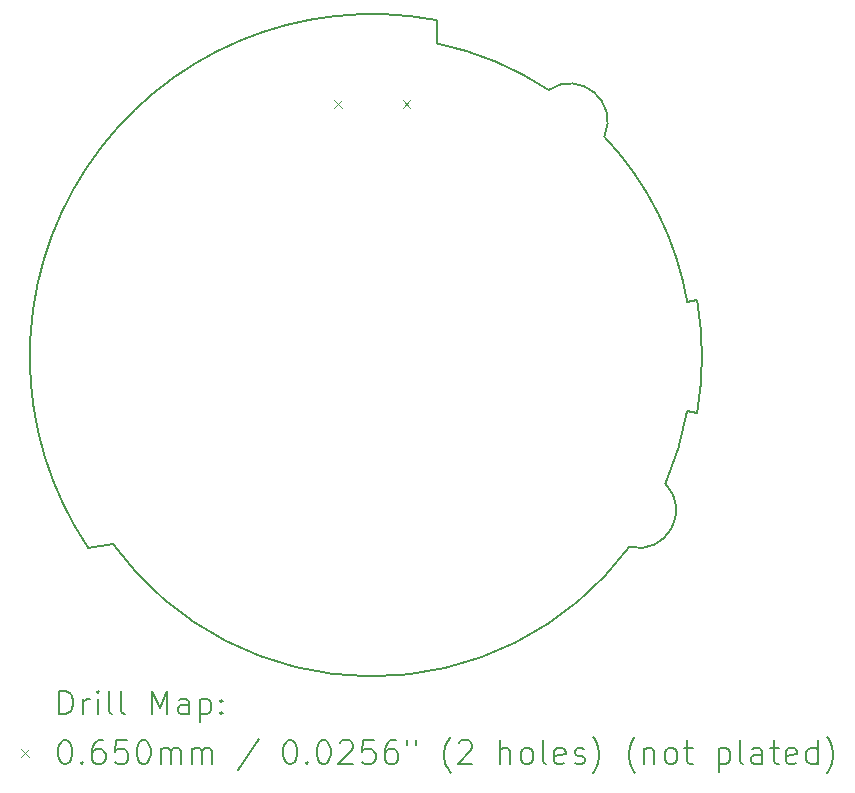
<source format=gbr>
%TF.GenerationSoftware,KiCad,Pcbnew,8.0.7*%
%TF.CreationDate,2025-07-12T21:11:19-07:00*%
%TF.ProjectId,FOCdriver,464f4364-7269-4766-9572-2e6b69636164,1.0*%
%TF.SameCoordinates,Original*%
%TF.FileFunction,Drillmap*%
%TF.FilePolarity,Positive*%
%FSLAX45Y45*%
G04 Gerber Fmt 4.5, Leading zero omitted, Abs format (unit mm)*
G04 Created by KiCad (PCBNEW 8.0.7) date 2025-07-12 21:11:19*
%MOMM*%
%LPD*%
G01*
G04 APERTURE LIST*
%ADD10C,0.200000*%
%ADD11C,0.100000*%
G04 APERTURE END LIST*
D10*
X12665299Y-5460370D02*
X12750000Y-5475000D01*
X11492500Y-2742500D02*
G75*
G02*
X11964025Y-3138177I178750J-265780D01*
G01*
X12750000Y-4525000D02*
G75*
G02*
X12750000Y-5475000I-2750000J-475000D01*
G01*
X7595791Y-6621659D02*
X7804248Y-6586695D01*
X12481360Y-6076389D02*
G75*
G02*
X12175287Y-6611328I-229690J-223611D01*
G01*
X10543406Y-2151367D02*
X10543743Y-2348359D01*
X12175287Y-6611332D02*
G75*
G02*
X7804248Y-6586695I-2176502J1612207D01*
G01*
X11964027Y-3138178D02*
G75*
G02*
X12666761Y-4539378I-1964027J-1861822D01*
G01*
X7595791Y-6621659D02*
G75*
G02*
X10543406Y-2151367I2404209J1621659D01*
G01*
X10543743Y-2348359D02*
G75*
G02*
X11492499Y-2742502I-544963J-2650761D01*
G01*
X12750000Y-4525000D02*
X12666761Y-4539378D01*
X12665299Y-5460370D02*
G75*
G02*
X12481360Y-6076389I-2665309J460370D01*
G01*
D11*
X9678500Y-2828000D02*
X9743500Y-2893000D01*
X9743500Y-2828000D02*
X9678500Y-2893000D01*
X10256500Y-2828000D02*
X10321500Y-2893000D01*
X10321500Y-2828000D02*
X10256500Y-2893000D01*
D10*
X7350777Y-8029182D02*
X7350777Y-7829182D01*
X7350777Y-7829182D02*
X7398396Y-7829182D01*
X7398396Y-7829182D02*
X7426967Y-7838706D01*
X7426967Y-7838706D02*
X7446015Y-7857753D01*
X7446015Y-7857753D02*
X7455539Y-7876801D01*
X7455539Y-7876801D02*
X7465063Y-7914896D01*
X7465063Y-7914896D02*
X7465063Y-7943468D01*
X7465063Y-7943468D02*
X7455539Y-7981563D01*
X7455539Y-7981563D02*
X7446015Y-8000611D01*
X7446015Y-8000611D02*
X7426967Y-8019658D01*
X7426967Y-8019658D02*
X7398396Y-8029182D01*
X7398396Y-8029182D02*
X7350777Y-8029182D01*
X7550777Y-8029182D02*
X7550777Y-7895849D01*
X7550777Y-7933944D02*
X7560301Y-7914896D01*
X7560301Y-7914896D02*
X7569824Y-7905372D01*
X7569824Y-7905372D02*
X7588872Y-7895849D01*
X7588872Y-7895849D02*
X7607920Y-7895849D01*
X7674586Y-8029182D02*
X7674586Y-7895849D01*
X7674586Y-7829182D02*
X7665063Y-7838706D01*
X7665063Y-7838706D02*
X7674586Y-7848230D01*
X7674586Y-7848230D02*
X7684110Y-7838706D01*
X7684110Y-7838706D02*
X7674586Y-7829182D01*
X7674586Y-7829182D02*
X7674586Y-7848230D01*
X7798396Y-8029182D02*
X7779348Y-8019658D01*
X7779348Y-8019658D02*
X7769824Y-8000611D01*
X7769824Y-8000611D02*
X7769824Y-7829182D01*
X7903158Y-8029182D02*
X7884110Y-8019658D01*
X7884110Y-8019658D02*
X7874586Y-8000611D01*
X7874586Y-8000611D02*
X7874586Y-7829182D01*
X8131729Y-8029182D02*
X8131729Y-7829182D01*
X8131729Y-7829182D02*
X8198396Y-7972039D01*
X8198396Y-7972039D02*
X8265063Y-7829182D01*
X8265063Y-7829182D02*
X8265063Y-8029182D01*
X8446015Y-8029182D02*
X8446015Y-7924420D01*
X8446015Y-7924420D02*
X8436491Y-7905372D01*
X8436491Y-7905372D02*
X8417444Y-7895849D01*
X8417444Y-7895849D02*
X8379348Y-7895849D01*
X8379348Y-7895849D02*
X8360301Y-7905372D01*
X8446015Y-8019658D02*
X8426967Y-8029182D01*
X8426967Y-8029182D02*
X8379348Y-8029182D01*
X8379348Y-8029182D02*
X8360301Y-8019658D01*
X8360301Y-8019658D02*
X8350777Y-8000611D01*
X8350777Y-8000611D02*
X8350777Y-7981563D01*
X8350777Y-7981563D02*
X8360301Y-7962515D01*
X8360301Y-7962515D02*
X8379348Y-7952992D01*
X8379348Y-7952992D02*
X8426967Y-7952992D01*
X8426967Y-7952992D02*
X8446015Y-7943468D01*
X8541253Y-7895849D02*
X8541253Y-8095849D01*
X8541253Y-7905372D02*
X8560301Y-7895849D01*
X8560301Y-7895849D02*
X8598396Y-7895849D01*
X8598396Y-7895849D02*
X8617444Y-7905372D01*
X8617444Y-7905372D02*
X8626967Y-7914896D01*
X8626967Y-7914896D02*
X8636491Y-7933944D01*
X8636491Y-7933944D02*
X8636491Y-7991087D01*
X8636491Y-7991087D02*
X8626967Y-8010134D01*
X8626967Y-8010134D02*
X8617444Y-8019658D01*
X8617444Y-8019658D02*
X8598396Y-8029182D01*
X8598396Y-8029182D02*
X8560301Y-8029182D01*
X8560301Y-8029182D02*
X8541253Y-8019658D01*
X8722206Y-8010134D02*
X8731729Y-8019658D01*
X8731729Y-8019658D02*
X8722206Y-8029182D01*
X8722206Y-8029182D02*
X8712682Y-8019658D01*
X8712682Y-8019658D02*
X8722206Y-8010134D01*
X8722206Y-8010134D02*
X8722206Y-8029182D01*
X8722206Y-7905372D02*
X8731729Y-7914896D01*
X8731729Y-7914896D02*
X8722206Y-7924420D01*
X8722206Y-7924420D02*
X8712682Y-7914896D01*
X8712682Y-7914896D02*
X8722206Y-7905372D01*
X8722206Y-7905372D02*
X8722206Y-7924420D01*
D11*
X7025000Y-8325198D02*
X7090000Y-8390198D01*
X7090000Y-8325198D02*
X7025000Y-8390198D01*
D10*
X7388872Y-8249182D02*
X7407920Y-8249182D01*
X7407920Y-8249182D02*
X7426967Y-8258706D01*
X7426967Y-8258706D02*
X7436491Y-8268230D01*
X7436491Y-8268230D02*
X7446015Y-8287277D01*
X7446015Y-8287277D02*
X7455539Y-8325372D01*
X7455539Y-8325372D02*
X7455539Y-8372992D01*
X7455539Y-8372992D02*
X7446015Y-8411087D01*
X7446015Y-8411087D02*
X7436491Y-8430134D01*
X7436491Y-8430134D02*
X7426967Y-8439658D01*
X7426967Y-8439658D02*
X7407920Y-8449182D01*
X7407920Y-8449182D02*
X7388872Y-8449182D01*
X7388872Y-8449182D02*
X7369824Y-8439658D01*
X7369824Y-8439658D02*
X7360301Y-8430134D01*
X7360301Y-8430134D02*
X7350777Y-8411087D01*
X7350777Y-8411087D02*
X7341253Y-8372992D01*
X7341253Y-8372992D02*
X7341253Y-8325372D01*
X7341253Y-8325372D02*
X7350777Y-8287277D01*
X7350777Y-8287277D02*
X7360301Y-8268230D01*
X7360301Y-8268230D02*
X7369824Y-8258706D01*
X7369824Y-8258706D02*
X7388872Y-8249182D01*
X7541253Y-8430134D02*
X7550777Y-8439658D01*
X7550777Y-8439658D02*
X7541253Y-8449182D01*
X7541253Y-8449182D02*
X7531729Y-8439658D01*
X7531729Y-8439658D02*
X7541253Y-8430134D01*
X7541253Y-8430134D02*
X7541253Y-8449182D01*
X7722205Y-8249182D02*
X7684110Y-8249182D01*
X7684110Y-8249182D02*
X7665063Y-8258706D01*
X7665063Y-8258706D02*
X7655539Y-8268230D01*
X7655539Y-8268230D02*
X7636491Y-8296801D01*
X7636491Y-8296801D02*
X7626967Y-8334896D01*
X7626967Y-8334896D02*
X7626967Y-8411087D01*
X7626967Y-8411087D02*
X7636491Y-8430134D01*
X7636491Y-8430134D02*
X7646015Y-8439658D01*
X7646015Y-8439658D02*
X7665063Y-8449182D01*
X7665063Y-8449182D02*
X7703158Y-8449182D01*
X7703158Y-8449182D02*
X7722205Y-8439658D01*
X7722205Y-8439658D02*
X7731729Y-8430134D01*
X7731729Y-8430134D02*
X7741253Y-8411087D01*
X7741253Y-8411087D02*
X7741253Y-8363468D01*
X7741253Y-8363468D02*
X7731729Y-8344420D01*
X7731729Y-8344420D02*
X7722205Y-8334896D01*
X7722205Y-8334896D02*
X7703158Y-8325372D01*
X7703158Y-8325372D02*
X7665063Y-8325372D01*
X7665063Y-8325372D02*
X7646015Y-8334896D01*
X7646015Y-8334896D02*
X7636491Y-8344420D01*
X7636491Y-8344420D02*
X7626967Y-8363468D01*
X7922205Y-8249182D02*
X7826967Y-8249182D01*
X7826967Y-8249182D02*
X7817444Y-8344420D01*
X7817444Y-8344420D02*
X7826967Y-8334896D01*
X7826967Y-8334896D02*
X7846015Y-8325372D01*
X7846015Y-8325372D02*
X7893634Y-8325372D01*
X7893634Y-8325372D02*
X7912682Y-8334896D01*
X7912682Y-8334896D02*
X7922205Y-8344420D01*
X7922205Y-8344420D02*
X7931729Y-8363468D01*
X7931729Y-8363468D02*
X7931729Y-8411087D01*
X7931729Y-8411087D02*
X7922205Y-8430134D01*
X7922205Y-8430134D02*
X7912682Y-8439658D01*
X7912682Y-8439658D02*
X7893634Y-8449182D01*
X7893634Y-8449182D02*
X7846015Y-8449182D01*
X7846015Y-8449182D02*
X7826967Y-8439658D01*
X7826967Y-8439658D02*
X7817444Y-8430134D01*
X8055539Y-8249182D02*
X8074586Y-8249182D01*
X8074586Y-8249182D02*
X8093634Y-8258706D01*
X8093634Y-8258706D02*
X8103158Y-8268230D01*
X8103158Y-8268230D02*
X8112682Y-8287277D01*
X8112682Y-8287277D02*
X8122205Y-8325372D01*
X8122205Y-8325372D02*
X8122205Y-8372992D01*
X8122205Y-8372992D02*
X8112682Y-8411087D01*
X8112682Y-8411087D02*
X8103158Y-8430134D01*
X8103158Y-8430134D02*
X8093634Y-8439658D01*
X8093634Y-8439658D02*
X8074586Y-8449182D01*
X8074586Y-8449182D02*
X8055539Y-8449182D01*
X8055539Y-8449182D02*
X8036491Y-8439658D01*
X8036491Y-8439658D02*
X8026967Y-8430134D01*
X8026967Y-8430134D02*
X8017444Y-8411087D01*
X8017444Y-8411087D02*
X8007920Y-8372992D01*
X8007920Y-8372992D02*
X8007920Y-8325372D01*
X8007920Y-8325372D02*
X8017444Y-8287277D01*
X8017444Y-8287277D02*
X8026967Y-8268230D01*
X8026967Y-8268230D02*
X8036491Y-8258706D01*
X8036491Y-8258706D02*
X8055539Y-8249182D01*
X8207920Y-8449182D02*
X8207920Y-8315849D01*
X8207920Y-8334896D02*
X8217444Y-8325372D01*
X8217444Y-8325372D02*
X8236491Y-8315849D01*
X8236491Y-8315849D02*
X8265063Y-8315849D01*
X8265063Y-8315849D02*
X8284110Y-8325372D01*
X8284110Y-8325372D02*
X8293634Y-8344420D01*
X8293634Y-8344420D02*
X8293634Y-8449182D01*
X8293634Y-8344420D02*
X8303158Y-8325372D01*
X8303158Y-8325372D02*
X8322205Y-8315849D01*
X8322205Y-8315849D02*
X8350777Y-8315849D01*
X8350777Y-8315849D02*
X8369825Y-8325372D01*
X8369825Y-8325372D02*
X8379348Y-8344420D01*
X8379348Y-8344420D02*
X8379348Y-8449182D01*
X8474587Y-8449182D02*
X8474587Y-8315849D01*
X8474587Y-8334896D02*
X8484110Y-8325372D01*
X8484110Y-8325372D02*
X8503158Y-8315849D01*
X8503158Y-8315849D02*
X8531729Y-8315849D01*
X8531729Y-8315849D02*
X8550777Y-8325372D01*
X8550777Y-8325372D02*
X8560301Y-8344420D01*
X8560301Y-8344420D02*
X8560301Y-8449182D01*
X8560301Y-8344420D02*
X8569825Y-8325372D01*
X8569825Y-8325372D02*
X8588872Y-8315849D01*
X8588872Y-8315849D02*
X8617444Y-8315849D01*
X8617444Y-8315849D02*
X8636491Y-8325372D01*
X8636491Y-8325372D02*
X8646015Y-8344420D01*
X8646015Y-8344420D02*
X8646015Y-8449182D01*
X9036491Y-8239658D02*
X8865063Y-8496801D01*
X9293634Y-8249182D02*
X9312682Y-8249182D01*
X9312682Y-8249182D02*
X9331730Y-8258706D01*
X9331730Y-8258706D02*
X9341253Y-8268230D01*
X9341253Y-8268230D02*
X9350777Y-8287277D01*
X9350777Y-8287277D02*
X9360301Y-8325372D01*
X9360301Y-8325372D02*
X9360301Y-8372992D01*
X9360301Y-8372992D02*
X9350777Y-8411087D01*
X9350777Y-8411087D02*
X9341253Y-8430134D01*
X9341253Y-8430134D02*
X9331730Y-8439658D01*
X9331730Y-8439658D02*
X9312682Y-8449182D01*
X9312682Y-8449182D02*
X9293634Y-8449182D01*
X9293634Y-8449182D02*
X9274587Y-8439658D01*
X9274587Y-8439658D02*
X9265063Y-8430134D01*
X9265063Y-8430134D02*
X9255539Y-8411087D01*
X9255539Y-8411087D02*
X9246015Y-8372992D01*
X9246015Y-8372992D02*
X9246015Y-8325372D01*
X9246015Y-8325372D02*
X9255539Y-8287277D01*
X9255539Y-8287277D02*
X9265063Y-8268230D01*
X9265063Y-8268230D02*
X9274587Y-8258706D01*
X9274587Y-8258706D02*
X9293634Y-8249182D01*
X9446015Y-8430134D02*
X9455539Y-8439658D01*
X9455539Y-8439658D02*
X9446015Y-8449182D01*
X9446015Y-8449182D02*
X9436491Y-8439658D01*
X9436491Y-8439658D02*
X9446015Y-8430134D01*
X9446015Y-8430134D02*
X9446015Y-8449182D01*
X9579349Y-8249182D02*
X9598396Y-8249182D01*
X9598396Y-8249182D02*
X9617444Y-8258706D01*
X9617444Y-8258706D02*
X9626968Y-8268230D01*
X9626968Y-8268230D02*
X9636491Y-8287277D01*
X9636491Y-8287277D02*
X9646015Y-8325372D01*
X9646015Y-8325372D02*
X9646015Y-8372992D01*
X9646015Y-8372992D02*
X9636491Y-8411087D01*
X9636491Y-8411087D02*
X9626968Y-8430134D01*
X9626968Y-8430134D02*
X9617444Y-8439658D01*
X9617444Y-8439658D02*
X9598396Y-8449182D01*
X9598396Y-8449182D02*
X9579349Y-8449182D01*
X9579349Y-8449182D02*
X9560301Y-8439658D01*
X9560301Y-8439658D02*
X9550777Y-8430134D01*
X9550777Y-8430134D02*
X9541253Y-8411087D01*
X9541253Y-8411087D02*
X9531730Y-8372992D01*
X9531730Y-8372992D02*
X9531730Y-8325372D01*
X9531730Y-8325372D02*
X9541253Y-8287277D01*
X9541253Y-8287277D02*
X9550777Y-8268230D01*
X9550777Y-8268230D02*
X9560301Y-8258706D01*
X9560301Y-8258706D02*
X9579349Y-8249182D01*
X9722206Y-8268230D02*
X9731730Y-8258706D01*
X9731730Y-8258706D02*
X9750777Y-8249182D01*
X9750777Y-8249182D02*
X9798396Y-8249182D01*
X9798396Y-8249182D02*
X9817444Y-8258706D01*
X9817444Y-8258706D02*
X9826968Y-8268230D01*
X9826968Y-8268230D02*
X9836491Y-8287277D01*
X9836491Y-8287277D02*
X9836491Y-8306325D01*
X9836491Y-8306325D02*
X9826968Y-8334896D01*
X9826968Y-8334896D02*
X9712682Y-8449182D01*
X9712682Y-8449182D02*
X9836491Y-8449182D01*
X10017444Y-8249182D02*
X9922206Y-8249182D01*
X9922206Y-8249182D02*
X9912682Y-8344420D01*
X9912682Y-8344420D02*
X9922206Y-8334896D01*
X9922206Y-8334896D02*
X9941253Y-8325372D01*
X9941253Y-8325372D02*
X9988872Y-8325372D01*
X9988872Y-8325372D02*
X10007920Y-8334896D01*
X10007920Y-8334896D02*
X10017444Y-8344420D01*
X10017444Y-8344420D02*
X10026968Y-8363468D01*
X10026968Y-8363468D02*
X10026968Y-8411087D01*
X10026968Y-8411087D02*
X10017444Y-8430134D01*
X10017444Y-8430134D02*
X10007920Y-8439658D01*
X10007920Y-8439658D02*
X9988872Y-8449182D01*
X9988872Y-8449182D02*
X9941253Y-8449182D01*
X9941253Y-8449182D02*
X9922206Y-8439658D01*
X9922206Y-8439658D02*
X9912682Y-8430134D01*
X10198396Y-8249182D02*
X10160301Y-8249182D01*
X10160301Y-8249182D02*
X10141253Y-8258706D01*
X10141253Y-8258706D02*
X10131730Y-8268230D01*
X10131730Y-8268230D02*
X10112682Y-8296801D01*
X10112682Y-8296801D02*
X10103158Y-8334896D01*
X10103158Y-8334896D02*
X10103158Y-8411087D01*
X10103158Y-8411087D02*
X10112682Y-8430134D01*
X10112682Y-8430134D02*
X10122206Y-8439658D01*
X10122206Y-8439658D02*
X10141253Y-8449182D01*
X10141253Y-8449182D02*
X10179349Y-8449182D01*
X10179349Y-8449182D02*
X10198396Y-8439658D01*
X10198396Y-8439658D02*
X10207920Y-8430134D01*
X10207920Y-8430134D02*
X10217444Y-8411087D01*
X10217444Y-8411087D02*
X10217444Y-8363468D01*
X10217444Y-8363468D02*
X10207920Y-8344420D01*
X10207920Y-8344420D02*
X10198396Y-8334896D01*
X10198396Y-8334896D02*
X10179349Y-8325372D01*
X10179349Y-8325372D02*
X10141253Y-8325372D01*
X10141253Y-8325372D02*
X10122206Y-8334896D01*
X10122206Y-8334896D02*
X10112682Y-8344420D01*
X10112682Y-8344420D02*
X10103158Y-8363468D01*
X10293634Y-8249182D02*
X10293634Y-8287277D01*
X10369825Y-8249182D02*
X10369825Y-8287277D01*
X10665063Y-8525373D02*
X10655539Y-8515849D01*
X10655539Y-8515849D02*
X10636492Y-8487277D01*
X10636492Y-8487277D02*
X10626968Y-8468230D01*
X10626968Y-8468230D02*
X10617444Y-8439658D01*
X10617444Y-8439658D02*
X10607920Y-8392039D01*
X10607920Y-8392039D02*
X10607920Y-8353944D01*
X10607920Y-8353944D02*
X10617444Y-8306325D01*
X10617444Y-8306325D02*
X10626968Y-8277753D01*
X10626968Y-8277753D02*
X10636492Y-8258706D01*
X10636492Y-8258706D02*
X10655539Y-8230134D01*
X10655539Y-8230134D02*
X10665063Y-8220611D01*
X10731730Y-8268230D02*
X10741253Y-8258706D01*
X10741253Y-8258706D02*
X10760301Y-8249182D01*
X10760301Y-8249182D02*
X10807920Y-8249182D01*
X10807920Y-8249182D02*
X10826968Y-8258706D01*
X10826968Y-8258706D02*
X10836492Y-8268230D01*
X10836492Y-8268230D02*
X10846015Y-8287277D01*
X10846015Y-8287277D02*
X10846015Y-8306325D01*
X10846015Y-8306325D02*
X10836492Y-8334896D01*
X10836492Y-8334896D02*
X10722206Y-8449182D01*
X10722206Y-8449182D02*
X10846015Y-8449182D01*
X11084111Y-8449182D02*
X11084111Y-8249182D01*
X11169825Y-8449182D02*
X11169825Y-8344420D01*
X11169825Y-8344420D02*
X11160301Y-8325372D01*
X11160301Y-8325372D02*
X11141254Y-8315849D01*
X11141254Y-8315849D02*
X11112682Y-8315849D01*
X11112682Y-8315849D02*
X11093634Y-8325372D01*
X11093634Y-8325372D02*
X11084111Y-8334896D01*
X11293634Y-8449182D02*
X11274587Y-8439658D01*
X11274587Y-8439658D02*
X11265063Y-8430134D01*
X11265063Y-8430134D02*
X11255539Y-8411087D01*
X11255539Y-8411087D02*
X11255539Y-8353944D01*
X11255539Y-8353944D02*
X11265063Y-8334896D01*
X11265063Y-8334896D02*
X11274587Y-8325372D01*
X11274587Y-8325372D02*
X11293634Y-8315849D01*
X11293634Y-8315849D02*
X11322206Y-8315849D01*
X11322206Y-8315849D02*
X11341253Y-8325372D01*
X11341253Y-8325372D02*
X11350777Y-8334896D01*
X11350777Y-8334896D02*
X11360301Y-8353944D01*
X11360301Y-8353944D02*
X11360301Y-8411087D01*
X11360301Y-8411087D02*
X11350777Y-8430134D01*
X11350777Y-8430134D02*
X11341253Y-8439658D01*
X11341253Y-8439658D02*
X11322206Y-8449182D01*
X11322206Y-8449182D02*
X11293634Y-8449182D01*
X11474587Y-8449182D02*
X11455539Y-8439658D01*
X11455539Y-8439658D02*
X11446015Y-8420611D01*
X11446015Y-8420611D02*
X11446015Y-8249182D01*
X11626968Y-8439658D02*
X11607920Y-8449182D01*
X11607920Y-8449182D02*
X11569825Y-8449182D01*
X11569825Y-8449182D02*
X11550777Y-8439658D01*
X11550777Y-8439658D02*
X11541253Y-8420611D01*
X11541253Y-8420611D02*
X11541253Y-8344420D01*
X11541253Y-8344420D02*
X11550777Y-8325372D01*
X11550777Y-8325372D02*
X11569825Y-8315849D01*
X11569825Y-8315849D02*
X11607920Y-8315849D01*
X11607920Y-8315849D02*
X11626968Y-8325372D01*
X11626968Y-8325372D02*
X11636492Y-8344420D01*
X11636492Y-8344420D02*
X11636492Y-8363468D01*
X11636492Y-8363468D02*
X11541253Y-8382515D01*
X11712682Y-8439658D02*
X11731730Y-8449182D01*
X11731730Y-8449182D02*
X11769825Y-8449182D01*
X11769825Y-8449182D02*
X11788873Y-8439658D01*
X11788873Y-8439658D02*
X11798396Y-8420611D01*
X11798396Y-8420611D02*
X11798396Y-8411087D01*
X11798396Y-8411087D02*
X11788873Y-8392039D01*
X11788873Y-8392039D02*
X11769825Y-8382515D01*
X11769825Y-8382515D02*
X11741253Y-8382515D01*
X11741253Y-8382515D02*
X11722206Y-8372992D01*
X11722206Y-8372992D02*
X11712682Y-8353944D01*
X11712682Y-8353944D02*
X11712682Y-8344420D01*
X11712682Y-8344420D02*
X11722206Y-8325372D01*
X11722206Y-8325372D02*
X11741253Y-8315849D01*
X11741253Y-8315849D02*
X11769825Y-8315849D01*
X11769825Y-8315849D02*
X11788873Y-8325372D01*
X11865063Y-8525373D02*
X11874587Y-8515849D01*
X11874587Y-8515849D02*
X11893634Y-8487277D01*
X11893634Y-8487277D02*
X11903158Y-8468230D01*
X11903158Y-8468230D02*
X11912682Y-8439658D01*
X11912682Y-8439658D02*
X11922206Y-8392039D01*
X11922206Y-8392039D02*
X11922206Y-8353944D01*
X11922206Y-8353944D02*
X11912682Y-8306325D01*
X11912682Y-8306325D02*
X11903158Y-8277753D01*
X11903158Y-8277753D02*
X11893634Y-8258706D01*
X11893634Y-8258706D02*
X11874587Y-8230134D01*
X11874587Y-8230134D02*
X11865063Y-8220611D01*
X12226968Y-8525373D02*
X12217444Y-8515849D01*
X12217444Y-8515849D02*
X12198396Y-8487277D01*
X12198396Y-8487277D02*
X12188873Y-8468230D01*
X12188873Y-8468230D02*
X12179349Y-8439658D01*
X12179349Y-8439658D02*
X12169825Y-8392039D01*
X12169825Y-8392039D02*
X12169825Y-8353944D01*
X12169825Y-8353944D02*
X12179349Y-8306325D01*
X12179349Y-8306325D02*
X12188873Y-8277753D01*
X12188873Y-8277753D02*
X12198396Y-8258706D01*
X12198396Y-8258706D02*
X12217444Y-8230134D01*
X12217444Y-8230134D02*
X12226968Y-8220611D01*
X12303158Y-8315849D02*
X12303158Y-8449182D01*
X12303158Y-8334896D02*
X12312682Y-8325372D01*
X12312682Y-8325372D02*
X12331730Y-8315849D01*
X12331730Y-8315849D02*
X12360301Y-8315849D01*
X12360301Y-8315849D02*
X12379349Y-8325372D01*
X12379349Y-8325372D02*
X12388873Y-8344420D01*
X12388873Y-8344420D02*
X12388873Y-8449182D01*
X12512682Y-8449182D02*
X12493634Y-8439658D01*
X12493634Y-8439658D02*
X12484111Y-8430134D01*
X12484111Y-8430134D02*
X12474587Y-8411087D01*
X12474587Y-8411087D02*
X12474587Y-8353944D01*
X12474587Y-8353944D02*
X12484111Y-8334896D01*
X12484111Y-8334896D02*
X12493634Y-8325372D01*
X12493634Y-8325372D02*
X12512682Y-8315849D01*
X12512682Y-8315849D02*
X12541254Y-8315849D01*
X12541254Y-8315849D02*
X12560301Y-8325372D01*
X12560301Y-8325372D02*
X12569825Y-8334896D01*
X12569825Y-8334896D02*
X12579349Y-8353944D01*
X12579349Y-8353944D02*
X12579349Y-8411087D01*
X12579349Y-8411087D02*
X12569825Y-8430134D01*
X12569825Y-8430134D02*
X12560301Y-8439658D01*
X12560301Y-8439658D02*
X12541254Y-8449182D01*
X12541254Y-8449182D02*
X12512682Y-8449182D01*
X12636492Y-8315849D02*
X12712682Y-8315849D01*
X12665063Y-8249182D02*
X12665063Y-8420611D01*
X12665063Y-8420611D02*
X12674587Y-8439658D01*
X12674587Y-8439658D02*
X12693634Y-8449182D01*
X12693634Y-8449182D02*
X12712682Y-8449182D01*
X12931730Y-8315849D02*
X12931730Y-8515849D01*
X12931730Y-8325372D02*
X12950777Y-8315849D01*
X12950777Y-8315849D02*
X12988873Y-8315849D01*
X12988873Y-8315849D02*
X13007920Y-8325372D01*
X13007920Y-8325372D02*
X13017444Y-8334896D01*
X13017444Y-8334896D02*
X13026968Y-8353944D01*
X13026968Y-8353944D02*
X13026968Y-8411087D01*
X13026968Y-8411087D02*
X13017444Y-8430134D01*
X13017444Y-8430134D02*
X13007920Y-8439658D01*
X13007920Y-8439658D02*
X12988873Y-8449182D01*
X12988873Y-8449182D02*
X12950777Y-8449182D01*
X12950777Y-8449182D02*
X12931730Y-8439658D01*
X13141254Y-8449182D02*
X13122206Y-8439658D01*
X13122206Y-8439658D02*
X13112682Y-8420611D01*
X13112682Y-8420611D02*
X13112682Y-8249182D01*
X13303158Y-8449182D02*
X13303158Y-8344420D01*
X13303158Y-8344420D02*
X13293635Y-8325372D01*
X13293635Y-8325372D02*
X13274587Y-8315849D01*
X13274587Y-8315849D02*
X13236492Y-8315849D01*
X13236492Y-8315849D02*
X13217444Y-8325372D01*
X13303158Y-8439658D02*
X13284111Y-8449182D01*
X13284111Y-8449182D02*
X13236492Y-8449182D01*
X13236492Y-8449182D02*
X13217444Y-8439658D01*
X13217444Y-8439658D02*
X13207920Y-8420611D01*
X13207920Y-8420611D02*
X13207920Y-8401563D01*
X13207920Y-8401563D02*
X13217444Y-8382515D01*
X13217444Y-8382515D02*
X13236492Y-8372992D01*
X13236492Y-8372992D02*
X13284111Y-8372992D01*
X13284111Y-8372992D02*
X13303158Y-8363468D01*
X13369825Y-8315849D02*
X13446015Y-8315849D01*
X13398396Y-8249182D02*
X13398396Y-8420611D01*
X13398396Y-8420611D02*
X13407920Y-8439658D01*
X13407920Y-8439658D02*
X13426968Y-8449182D01*
X13426968Y-8449182D02*
X13446015Y-8449182D01*
X13588873Y-8439658D02*
X13569825Y-8449182D01*
X13569825Y-8449182D02*
X13531730Y-8449182D01*
X13531730Y-8449182D02*
X13512682Y-8439658D01*
X13512682Y-8439658D02*
X13503158Y-8420611D01*
X13503158Y-8420611D02*
X13503158Y-8344420D01*
X13503158Y-8344420D02*
X13512682Y-8325372D01*
X13512682Y-8325372D02*
X13531730Y-8315849D01*
X13531730Y-8315849D02*
X13569825Y-8315849D01*
X13569825Y-8315849D02*
X13588873Y-8325372D01*
X13588873Y-8325372D02*
X13598396Y-8344420D01*
X13598396Y-8344420D02*
X13598396Y-8363468D01*
X13598396Y-8363468D02*
X13503158Y-8382515D01*
X13769825Y-8449182D02*
X13769825Y-8249182D01*
X13769825Y-8439658D02*
X13750777Y-8449182D01*
X13750777Y-8449182D02*
X13712682Y-8449182D01*
X13712682Y-8449182D02*
X13693635Y-8439658D01*
X13693635Y-8439658D02*
X13684111Y-8430134D01*
X13684111Y-8430134D02*
X13674587Y-8411087D01*
X13674587Y-8411087D02*
X13674587Y-8353944D01*
X13674587Y-8353944D02*
X13684111Y-8334896D01*
X13684111Y-8334896D02*
X13693635Y-8325372D01*
X13693635Y-8325372D02*
X13712682Y-8315849D01*
X13712682Y-8315849D02*
X13750777Y-8315849D01*
X13750777Y-8315849D02*
X13769825Y-8325372D01*
X13846016Y-8525373D02*
X13855539Y-8515849D01*
X13855539Y-8515849D02*
X13874587Y-8487277D01*
X13874587Y-8487277D02*
X13884111Y-8468230D01*
X13884111Y-8468230D02*
X13893635Y-8439658D01*
X13893635Y-8439658D02*
X13903158Y-8392039D01*
X13903158Y-8392039D02*
X13903158Y-8353944D01*
X13903158Y-8353944D02*
X13893635Y-8306325D01*
X13893635Y-8306325D02*
X13884111Y-8277753D01*
X13884111Y-8277753D02*
X13874587Y-8258706D01*
X13874587Y-8258706D02*
X13855539Y-8230134D01*
X13855539Y-8230134D02*
X13846016Y-8220611D01*
M02*

</source>
